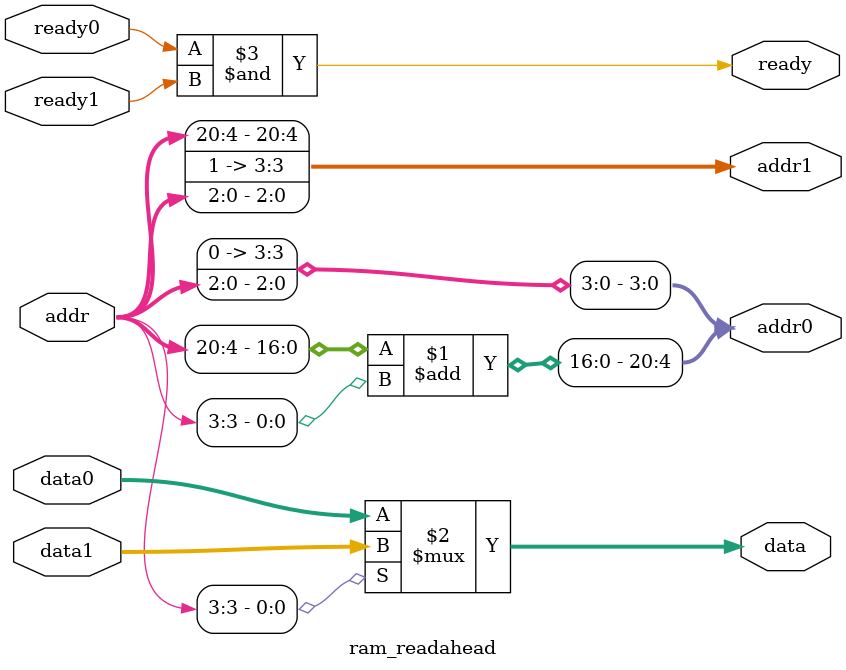
<source format=v>
`timescale 1ns / 1ps


module ram_readahead(
    input       [20:0]  addr,

    output      [7:0]   data,
    output              ready,

    
    output      [20:0]  addr0,
    output      [20:0]  addr1,
    input       [7:0]   data0,
    input       [7:0]   data1,
    input               ready0,
    input               ready1
    );
    
    assign  addr0       = {(addr[20:4] + addr[3]), 1'b0, addr[2:0]};
    assign  addr1       = { addr[20:4],            1'b1, addr[2:0]};
    assign  data        = addr[3] ? data1 : data0;
    assign  ready       = ready0 & ready1;

endmodule

</source>
